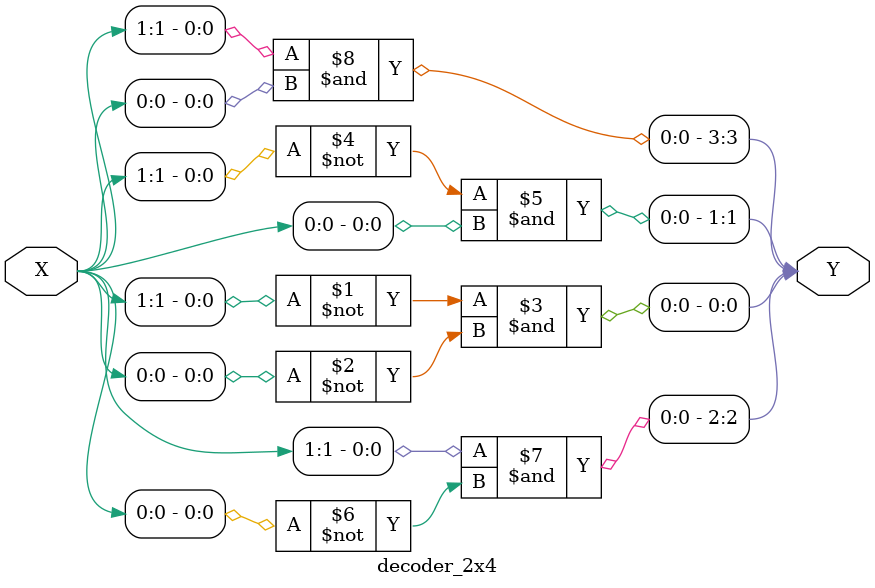
<source format=v>
module decoder_2x4 (X,Y);
	input [1:0] X;
	output [3:0] Y;
	
	assign Y[0] = (~X[1]) & (~X[0]);
	assign Y[1] = (~X[1]) & X[0];
	assign Y[2] = X[1] & (~X[0]);
	assign Y[3] = X[1] & X[0];

endmodule
</source>
